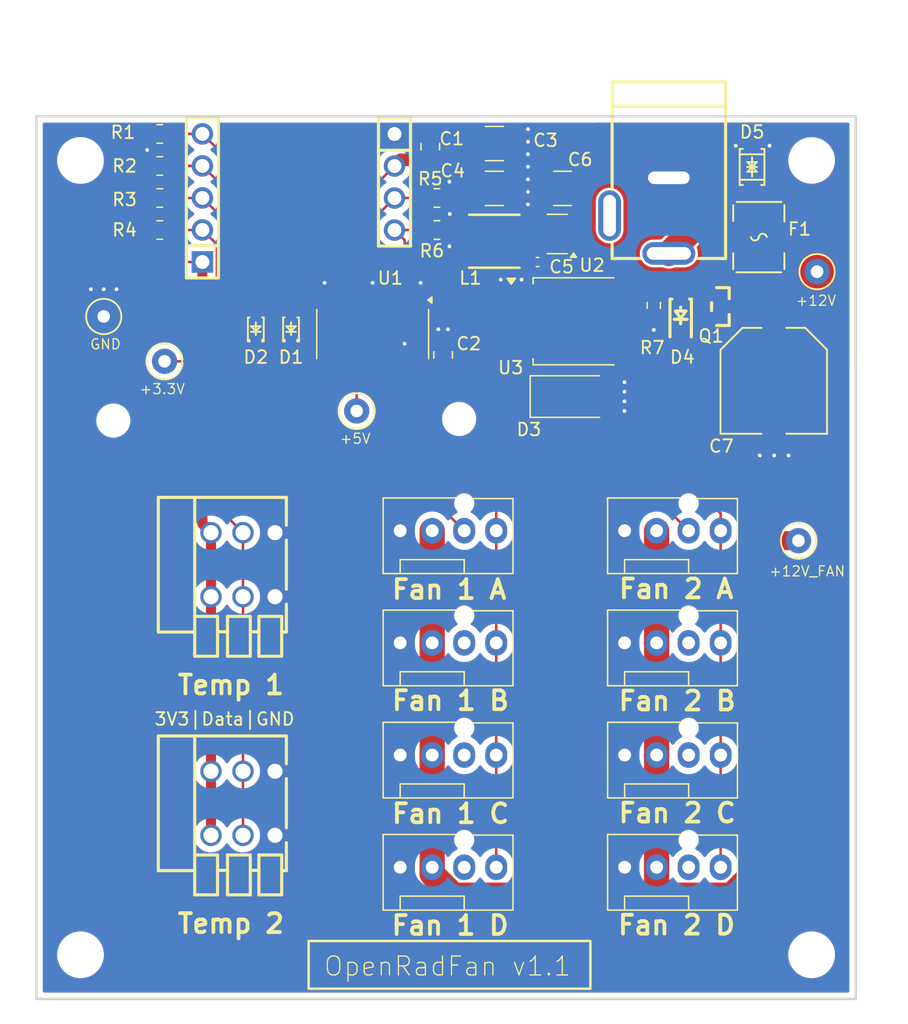
<source format=kicad_pcb>
(kicad_pcb (version 20240108) (generator "pcbnew") (generator_version "8.0")
  (title_block (comment 4 "AISLER Project ID: GSXATUCC"))
  (layers (0 "F.Cu" signal) (31 "B.Cu" signal) (34 "B.Paste" user) (35 "F.Paste" user) (36 "B.SilkS" user "B.Silkscreen") (37 "F.SilkS" user "F.Silkscreen") (38 "B.Mask" user) (39 "F.Mask" user) (44 "Edge.Cuts" user))
  (net 0 "")
  (net 1 "GND")
  (net 2 "GPIO_Tacho_1")
  (net 3 "+12V_FAN")
  (net 4 "GPIO_Tacho_2")
  (net 5 "GPIO_DS18B20")
  (net 6 "PWM_1_BUF")
  (net 7 "PWM_2_BUF")
  (net 10 "+5V")
  (net 11 "+12V")
  (net 12 "+3.3V")
  (net 13 "GPIO_MOSFET")
  (net 14 "Net-(D1-K)")
  (net 15 "PWM_1")
  (net 16 "PWM_2")
  (net 17 "MOSFET_BUF")
  (net 18 "Net-(D2-K)")
  (net 19 "Net-(U2-SW)")
  (net 20 "Net-(U2-BST)")
  (net 21 "Net-(D4-A)")
  (net 29 "+12V_In")
  (net 30 "Net-(Q1-D)")
  (footprint "TestPoint:TestPoint_Keystone_5000-5004_Miniature" (layer "F.Cu") (at 52.7544 80.5204)
    (property "Reference" "TP2" (hide yes))
    (property "Value" "+3.3V")
    (pad "1" thru_hole circle (at 0 0) (size 2 2) (drill 1) (layers "*.Cu" "*.Mask") (net 12 "+3.3V"))
  )
  (footprint "Connector:FanPinHeader_1x04_P2.54mm_Vertical" (layer "F.Cu") (at 89.2504 93.9534)
    (property "Reference" "J5" (hide yes))
    (property "Value" "Fan_CPU_4pin")
    (pad "" np_thru_hole circle (at 5.08 -2.16 90) (size 1.1 1.1) (drill 1.1) (layers "*.Cu" "*.Mask"))
    (pad "1" thru_hole rect (at 0 0 90) (size 2.03 1.73) (drill 1.02) (layers "*.Cu" "*.Mask") (net 1 "GND"))
    (pad "2" thru_hole oval (at 2.54 0 90) (size 2.03 1.73) (drill 1.02) (layers "*.Cu" "*.Mask") (net 3 "+12V_FAN"))
    (pad "3" thru_hole oval (at 5.08 0 90) (size 2.03 1.73) (drill 1.02) (layers "*.Cu" "*.Mask") (net 14 "Net-(D1-K)"))
    (pad "4" thru_hole oval (at 7.62 0 90) (size 2.03 1.73) (drill 1.02) (layers "*.Cu" "*.Mask") (net 7 "PWM_2_BUF"))
  )
  (footprint "MountingHole:MountingHole_3.2mm_M3_DIN965" (layer "F.Cu") (at 46.0864 64.5894)
    (property "Reference" "H1" (hide yes))
    (property "Value" "MountingHole")
    (pad "" np_thru_hole circle (at 0 0) (size 3.2 3.2) (drill 3.2) (layers "*.Cu" "*.Mask"))
  )
  (footprint "MountingHole:MountingHole_3.2mm_M3_DIN965" (layer "F.Cu") (at 104.0864 64.5894)
    (property "Reference" "H7" (hide yes))
    (property "Value" "MountingHole")
    (pad "" np_thru_hole circle (at 0 0) (size 3.2 3.2) (drill 3.2) (layers "*.Cu" "*.Mask"))
  )
  (footprint "MountingHole:MountingHole_3.2mm_M3_DIN965" (layer "F.Cu") (at 104.0864 127.5894)
    (property "Reference" "H8" (hide yes))
    (property "Value" "MountingHole")
    (pad "" np_thru_hole circle (at 0 0) (size 3.2 3.2) (drill 3.2) (layers "*.Cu" "*.Mask"))
  )
  (footprint "Package_SO:SOIC-14_3.9x8.7mm_P1.27mm" (layer "F.Cu") (at 69.2644 78.3614 -90)
    (property "Reference" "U1" (at -4.445 -1.397 180) (layer "F.SilkS"))
    (property "Value" "74AHCT125")
    (pad "1" smd roundrect (at -2.475 -3.81 270) (size 1.95 0.6) (layers "F.Cu" "F.Paste" "F.Mask") (net 1 "GND"))
    (pad "2" smd roundrect (at -2.475 -2.54 270) (size 1.95 0.6) (layers "F.Cu" "F.Paste" "F.Mask") (net 13 "GPIO_MOSFET"))
    (pad "3" smd roundrect (at -2.475 -1.27 270) (size 1.95 0.6) (layers "F.Cu" "F.Paste" "F.Mask") (net 17 "MOSFET_BUF"))
    (pad "4" smd roundrect (at -2.475 0 270) (size 1.95 0.6) (layers "F.Cu" "F.Paste" "F.Mask") (net 1 "GND"))
    (pad "5" smd roundrect (at -2.475 1.27 270) (size 1.95 0.6) (layers "F.Cu" "F.Paste" "F.Mask") (net 15 "PWM_1"))
    (pad "6" smd roundrect (at -2.475 2.54 270) (size 1.95 0.6) (layers "F.Cu" "F.Paste" "F.Mask") (net 6 "PWM_1_BUF"))
    (pad "7" smd roundrect (at -2.475 3.81 270) (size 1.95 0.6) (layers "F.Cu" "F.Paste" "F.Mask") (net 1 "GND"))
    (pad "8" smd roundrect (at 2.475 3.81 270) (size 1.95 0.6) (layers "F.Cu" "F.Paste" "F.Mask"))
    (pad "9" smd roundrect (at 2.475 2.54 270) (size 1.95 0.6) (layers "F.Cu" "F.Paste" "F.Mask") (net 10 "+5V"))
    (pad "10" smd roundrect (at 2.475 1.27 270) (size 1.95 0.6) (layers "F.Cu" "F.Paste" "F.Mask") (net 10 "+5V"))
    (pad "11" smd roundrect (at 2.475 0 270) (size 1.95 0.6) (layers "F.Cu" "F.Paste" "F.Mask") (net 7 "PWM_2_BUF"))
    (pad "12" smd roundrect (at 2.475 -1.27 270) (size 1.95 0.6) (layers "F.Cu" "F.Paste" "F.Mask") (net 16 "PWM_2"))
    (pad "13" smd roundrect (at 2.475 -2.54 270) (size 1.95 0.6) (layers "F.Cu" "F.Paste" "F.Mask") (net 1 "GND"))
    (pad "14" smd roundrect (at 2.475 -3.81 270) (size 1.95 0.6) (layers "F.Cu" "F.Paste" "F.Mask") (net 10 "+5V"))
  )
  (footprint "Resistor_SMD:R_0603_1608Metric" (layer "F.Cu") (at 91.5656 76.0754 -90)
    (property "Reference" "R7" (at 3.366 0.127 180) (layer "F.SilkS"))
    (property "Value" "1k")
    (pad "1" smd roundrect (at -0.825 0 270) (size 0.8 0.95) (layers "F.Cu" "F.Paste" "F.Mask") (net 21 "Net-(D4-A)"))
    (pad "2" smd roundrect (at 0.825 0 270) (size 0.8 0.95) (layers "F.Cu" "F.Paste" "F.Mask") (net 1 "GND"))
  )
  (footprint "Diode_SMD:D_SMA" (layer "F.Cu") (at 85.2664 83.3144)
    (property "Reference" "D3" (at -3.6068 2.6162 0) (layer "F.SilkS"))
    (property "Value" "SS16")
    (pad "1" smd roundrect (at -2 0) (size 2.5 1.8) (layers "F.Cu" "F.Paste" "F.Mask") (roundrect_rratio 0.1388888889) (net 3 "+12V_FAN"))
    (pad "2" smd roundrect (at 2 0) (size 2.5 1.8) (layers "F.Cu" "F.Paste" "F.Mask") (roundrect_rratio 0.1388888889) (net 1 "GND"))
  )
  (footprint "Connector:FanPinHeader_1x04_P2.54mm_Vertical" (layer "F.Cu") (at 71.4454 93.9534)
    (property "Reference" "J1" (hide yes))
    (property "Value" "Fan_CPU_4pin")
    (pad "" np_thru_hole circle (at 5.08 -2.16 90) (size 1.1 1.1) (drill 1.1) (layers "*.Cu" "*.Mask"))
    (pad "1" thru_hole rect (at 0 0 90) (size 2.03 1.73) (drill 1.02) (layers "*.Cu" "*.Mask") (net 1 "GND"))
    (pad "2" thru_hole oval (at 2.54 0 90) (size 2.03 1.73) (drill 1.02) (layers "*.Cu" "*.Mask") (net 3 "+12V_FAN"))
    (pad "3" thru_hole oval (at 5.08 0 90) (size 2.03 1.73) (drill 1.02) (layers "*.Cu" "*.Mask") (net 18 "Net-(D2-K)"))
    (pad "4" thru_hole oval (at 7.62 0 90) (size 2.03 1.73) (drill 1.02) (layers "*.Cu" "*.Mask") (net 6 "PWM_1_BUF"))
  )
  (footprint "Capacitor_SMD:C_0805_2012Metric_Pad1.18x1.45mm_HandSolder" (layer "F.Cu") (at 74.8524 80.0124 90)
    (property "Reference" "C2" (at 0.889 2.032 180) (layer "F.SilkS"))
    (property "Value" "0.1 µF")
    (pad "1" smd roundrect (at -1.0375 0 90) (size 1.175 1.45) (layers "F.Cu" "F.Paste" "F.Mask") (roundrect_rratio 0.212766) (net 10 "+5V"))
    (pad "2" smd roundrect (at 1.0375 0 90) (size 1.175 1.45) (layers "F.Cu" "F.Paste" "F.Mask") (roundrect_rratio 0.212766) (net 1 "GND"))
  )
  (footprint "Capacitor_SMD:C_0805_2012Metric_Pad1.18x1.45mm_HandSolder" (layer "F.Cu") (at 73.8364 63.5024 90)
    (property "Reference" "C1" (at 0.633 1.7 180) (layer "F.SilkS"))
    (property "Value" "0.1uF")
    (pad "1" smd roundrect (at -1.0375 0 90) (size 1.175 1.45) (layers "F.Cu" "F.Paste" "F.Mask") (roundrect_rratio 0.212766) (net 10 "+5V"))
    (pad "2" smd roundrect (at 1.0375 0 90) (size 1.175 1.45) (layers "F.Cu" "F.Paste" "F.Mask") (roundrect_rratio 0.212766) (net 1 "GND"))
  )
  (footprint "Capacitor_SMD:C_1210_3225Metric" (layer "F.Cu") (at 78.9164 66.8044)
    (property "Reference" "C4" (at -3.302 -1.397 0) (layer "F.SilkS"))
    (property "Value" "22 uF")
    (pad "1" smd roundrect (at -1.475 0) (size 1.15 2.7) (layers "F.Cu" "F.Paste" "F.Mask") (roundrect_rratio 0.217391) (net 10 "+5V"))
    (pad "2" smd roundrect (at 1.475 0) (size 1.15 2.7) (layers "F.Cu" "F.Paste" "F.Mask") (roundrect_rratio 0.217391) (net 1 "GND"))
  )
  (footprint "easyeda2kicad:HDR-TH_5P-P2.54-V-M" (layer "F.Cu") (at 55.7564 67.5594 90)
    (property "Reference" "H4" (hide yes))
    (property "Value" "210S-1*5P L=11.6MMGold-plated black")
    (pad "1" thru_hole rect (at -5.08 0 90) (size 1.7 1.7) (drill 1.100023) (layers "*.Cu" "*.Mask") (net 12 "+3.3V"))
    (pad "2" thru_hole circle (at -2.54 0 90) (size 1.7 1.7) (drill 1.100023) (layers "*.Cu" "*.Mask") (net 5 "GPIO_DS18B20"))
    (pad "3" thru_hole circle (at 0 0 90) (size 1.7 1.7) (drill 1.100023) (layers "*.Cu" "*.Mask") (net 4 "GPIO_Tacho_2"))
    (pad "4" thru_hole circle (at 2.54 0 90) (size 1.7 1.7) (drill 1.100023) (layers "*.Cu" "*.Mask") (net 2 "GPIO_Tacho_1"))
    (pad "5" thru_hole circle (at 5.08 0 90) (size 1.7 1.7) (drill 1.100023) (layers "*.Cu" "*.Mask") (net 15 "PWM_1"))
  )
  (footprint "Resistor_SMD:R_0805_2012Metric_Pad1.20x1.40mm_HandSolder" (layer "F.Cu") (at 74.3604 70.1064 180)
    (property "Reference" "R6" (at 0.397 -1.651 0) (layer "F.SilkS"))
    (property "Value" "10k")
    (pad "1" smd roundrect (at -1 0 180) (size 1.2 1.4) (layers "F.Cu" "F.Paste" "F.Mask") (roundrect_rratio 0.208333) (net 1 "GND"))
    (pad "2" smd roundrect (at 1 0 180) (size 1.2 1.4) (layers "F.Cu" "F.Paste" "F.Mask") (roundrect_rratio 0.208333) (net 13 "GPIO_MOSFET"))
  )
  (footprint "easyeda2kicad:SOD-323_L1.7-W1.3-LS2.6-RD-1" (layer "F.Cu") (at 62.7874 77.9296 90)
    (property "Reference" "D1" (at -2.2606 0 180) (layer "F.SilkS"))
    (property "Value" "BAT54WS_C7502694")
    (pad "1" smd rect (at -1.14 0 180) (size 0.63 0.83) (layers "F.Cu" "F.Paste" "F.Mask") (net 14 "Net-(D1-K)"))
    (pad "2" smd rect (at 1.14 0 180) (size 0.63 0.83) (layers "F.Cu" "F.Paste" "F.Mask") (net 2 "GPIO_Tacho_1"))
  )
  (footprint "TestPoint:TestPoint_Keystone_5000-5004_Miniature" (layer "F.Cu") (at 104.5196 73.4084)
    (property "Reference" "TP5" (hide yes))
    (property "Value" "+12V")
    (pad "1" thru_hole circle (at 0 0) (size 2 2) (drill 1) (layers "*.Cu" "*.Mask") (net 11 "+12V"))
  )
  (footprint "easyeda2kicad:IND-SMD_L4.0-W4.0_FNR40XXS" (layer "F.Cu") (at 78.9164 70.9954 180)
    (property "Reference" "L1" (at 1.905 -2.921 0) (layer "F.SilkS"))
    (property "Value" "FNR4020S4R7MT")
    (pad "1" smd rect (at -1.5 0 180) (size 1.6 3.9) (layers "F.Cu" "F.Paste" "F.Mask") (net 19 "Net-(U2-SW)"))
    (pad "2" smd rect (at 1.5 0 180) (size 1.6 3.9) (layers "F.Cu" "F.Paste" "F.Mask") (net 10 "+5V"))
  )
  (footprint "MountingHole:MountingHole_3.2mm_M3_DIN965" (layer "F.Cu") (at 46.0864 127.5894)
    (property "Reference" "H2" (hide yes))
    (property "Value" "MountingHole")
    (pad "" np_thru_hole circle (at 0 0) (size 3.2 3.2) (drill 3.2) (layers "*.Cu" "*.Mask"))
  )
  (footprint "easyeda2kicad:SOD-123_L2.7-W1.6-LS3.7-RD-1" (layer "F.Cu") (at 93.6992 76.939 90)
    (property "Reference" "D4" (at -3.253 0.127 180) (layer "F.SilkS"))
    (property "Value" "MMSZ4696T1G")
    (pad "1" smd rect (at -1.7 0 90) (size 1.2 0.95) (layers "F.Cu" "F.Paste" "F.Mask") (net 11 "+12V"))
    (pad "2" smd rect (at 1.7 0 90) (size 1.2 0.95) (layers "F.Cu" "F.Paste" "F.Mask") (net 21 "Net-(D4-A)"))
  )
  (footprint "Capacitor_SMD:C_1210_3225Metric" (layer "F.Cu") (at 78.9164 63.2484)
    (property "Reference" "C3" (at 4.064 -0.254 0) (layer "F.SilkS"))
    (property "Value" "22 uF")
    (pad "1" smd roundrect (at -1.475 0) (size 1.15 2.7) (layers "F.Cu" "F.Paste" "F.Mask") (roundrect_rratio 0.217391) (net 10 "+5V"))
    (pad "2" smd roundrect (at 1.475 0) (size 1.15 2.7) (layers "F.Cu" "F.Paste" "F.Mask") (roundrect_rratio 0.217391) (net 1 "GND"))
  )
  (footprint "TestPoint:TestPoint_Keystone_5000-5004_Miniature" (layer "F.Cu") (at 103.0464 94.7444)
    (property "Reference" "TP4" (hide yes))
    (property "Value" "+12V_Fan")
    (pad "1" thru_hole circle (at 0 0) (size 2 2) (drill 1) (layers "*.Cu" "*.Mask") (net 3 "+12V_FAN"))
  )
  (footprint "easyeda2kicad:SOT-23_L2.9-W1.3-P1.90-LS2.4-BR" (layer "F.Cu") (at 96.8488 76.177 180)
    (property "Reference" "Q1" (at 0.7366 -2.3368 180) (layer "F.SilkS"))
    (property "Value" "AO3401A_C347476")
    (pad "1" smd rect (at 1.15 0.95) (size 1 0.8) (layers "F.Cu" "F.Paste" "F.Mask") (net 21 "Net-(D4-A)"))
    (pad "2" smd rect (at 1.15 -0.95) (size 1 0.8) (layers "F.Cu" "F.Paste" "F.Mask") (net 11 "+12V"))
    (pad "3" smd rect (at -1.15 0) (size 1 0.8) (layers "F.Cu" "F.Paste" "F.Mask") (net 30 "Net-(Q1-D)"))
  )
  (footprint "MountingHole:MountingHole_2.2mm_M2_DIN965" (layer "F.Cu") (at 48.6904 85.2194)
    (property "Reference" "H3" (hide yes))
    (property "Value" "MountingHole")
    (pad "" np_thru_hole circle (at 0 0) (size 2.2 2.2) (drill 2.2) (layers "*.Cu" "*.Mask"))
  )
  (footprint "Resistor_SMD:R_0805_2012Metric_Pad1.20x1.40mm_HandSolder" (layer "F.Cu") (at 52.3734 70.1064)
    (property "Reference" "R4" (at -2.794 0 0) (layer "F.SilkS"))
    (property "Value" "4.7k")
    (pad "1" smd roundrect (at -1 0) (size 1.2 1.4) (layers "F.Cu" "F.Paste" "F.Mask") (roundrect_rratio 0.208333) (net 12 "+3.3V"))
    (pad "2" smd roundrect (at 1 0) (size 1.2 1.4) (layers "F.Cu" "F.Paste" "F.Mask") (roundrect_rratio 0.208333) (net 5 "GPIO_DS18B20"))
  )
  (footprint "MountingHole:MountingHole_2.2mm_M2_DIN965" (layer "F.Cu") (at 76.1224 85.0924)
    (property "Reference" "H6" (hide yes))
    (property "Value" "MountingHole")
    (pad "" np_thru_hole circle (at 0 0) (size 2.2 2.2) (drill 2.2) (layers "*.Cu" "*.Mask"))
  )
  (footprint "TestPoint:TestPoint_Keystone_5000-5004_Miniature" (layer "F.Cu") (at 67.9944 84.4574)
    (property "Reference" "TP3" (hide yes))
    (property "Value" "+5V")
    (pad "1" thru_hole circle (at 0 0) (size 2 2) (drill 1) (layers "*.Cu" "*.Mask") (net 10 "+5V"))
  )
  (footprint "easyeda2kicad:DC-IN-TH_DC-005-5A-2.0" (layer "F.Cu") (at 90.4104 68.9634 -90)
    (property "Reference" "DC1" (hide yes))
    (property "Value" "DC-005-5A-2.0")
    (pad "1" thru_hole oval (at 3 -2.35) (size 4.2 1.8) (drill oval 3.499993 0.999998) (layers "*.Cu" "*.Mask") (net 29 "+12V_In"))
    (pad "2" thru_hole oval (at -3 -2.35 180) (size 4 1.8) (drill oval 3.299968 0.999998) (layers "*.Cu" "*.Mask") (net 1 "GND"))
    (pad "3" thru_hole oval (at 0 2.35 270) (size 4 1.8) (drill oval 3.299968 0.999998) (layers "*.Cu" "*.Mask"))
  )
  (footprint "easyeda2kicad:F1812" (layer "F.Cu") (at 99.8968 70.6694 -90)
    (property "Reference" "F1" (at -0.6392 -3.2258 180) (layer "F.SilkS"))
    (property "Value" "SMD1812B260TF/16")
    (pad "1" smd rect (at -1.85 0 270) (size 1.41 3.5) (layers "F.Cu" "F.Paste" "F.Mask") (net 29 "+12V_In"))
    (pad "2" smd rect (at 1.85 0 270) (size 1.41 3.5) (layers "F.Cu" "F.Paste" "F.Mask") (net 30 "Net-(Q1-D)"))
  )
  (footprint "Resistor_SMD:R_0805_2012Metric_Pad1.20x1.40mm_HandSolder" (layer "F.Cu") (at 74.3604 67.5664)
    (property "Reference" "R5" (at -0.524 -1.524 0) (layer "F.SilkS"))
    (property "Value" "10k")
    (pad "1" smd roundrect (at -1 0) (size 1.2 1.4) (layers "F.Cu" "F.Paste" "F.Mask") (roundrect_rratio 0.208333) (net 16 "PWM_2"))
    (pad "2" smd roundrect (at 1 0) (size 1.2 1.4) (layers "F.Cu" "F.Paste" "F.Mask") (roundrect_rratio 0.208333) (net 1 "GND"))
  )
  (footprint "TestPoint:TestPoint_Keystone_5000-5004_Miniature" (layer "F.Cu") (at 47.9284 76.9644)
    (property "Reference" "TP1" (hide yes))
    (property "Value" "GND")
    (pad "1" thru_hole circle (at 0 0) (size 2 2) (drill 1) (layers "*.Cu" "*.Mask") (net 1 "GND"))
  )
  (footprint "Connector:FanPinHeader_1x04_P2.54mm_Vertical" (layer "F.Cu") (at 71.4454 111.748332)
    (property "Reference" "J3" (hide yes))
    (property "Value" "Fan_CPU_4pin")
    (pad "" np_thru_hole circle (at 5.08 -2.16 90) (size 1.1 1.1) (drill 1.1) (layers "*.Cu" "*.Mask"))
    (pad "1" thru_hole rect (at 0 0 90) (size 2.03 1.73) (drill 1.02) (layers "*.Cu" "*.Mask") (net 1 "GND"))
    (pad "2" thru_hole oval (at 2.54 0 90) (size 2.03 1.73) (drill 1.02) (layers "*.Cu" "*.Mask") (net 3 "+12V_FAN"))
    (pad "3" thru_hole oval (at 5.08 0 90) (size 2.03 1.73) (drill 1.02) (layers "*.Cu" "*.Mask"))
    (pad "4" thru_hole oval (at 7.62 0 90) (size 2.03 1.73) (drill 1.02) (layers "*.Cu" "*.Mask") (net 6 "PWM_1_BUF"))
  )
  (footprint "easyeda2kicad:SOD-123_L2.8-W1.8-LS3.7-BI" (layer "F.Cu") (at 99.3634 65.1026 90)
    (property "Reference" "D5" (at 2.7686 0 180) (layer "F.SilkS"))
    (property "Value" "SMF14CA_C1851346")
    (pad "1" smd rect (at 1.69 0 270) (size 0.93 1.06) (layers "F.Cu" "F.Paste" "F.Mask") (net 1 "GND"))
    (pad "2" smd rect (at -1.69 0 270) (size 0.93 1.06) (layers "F.Cu" "F.Paste" "F.Mask") (net 29 "+12V_In"))
  )
  (footprint "Package_TO_SOT_SMD:TSOT-23-6" (layer "F.Cu") (at 83.9004 70.4214 180)
    (property "Reference" "U2" (at -2.763 -2.479 0) (layer "F.SilkS"))
    (property "Value" "AP63205WU")
    (pad "1" smd roundrect (at -1.1375 -0.95 180) (size 1.325 0.6) (layers "F.Cu" "F.Paste" "F.Mask") (net 10 "+5V"))
    (pad "2" smd roundrect (at -1.1375 0 180) (size 1.325 0.6) (layers "F.Cu" "F.Paste" "F.Mask") (net 11 "+12V"))
    (pad "3" smd roundrect (at -1.1375 0.95 180) (size 1.325 0.6) (layers "F.Cu" "F.Paste" "F.Mask") (net 11 "+12V"))
    (pad "4" smd roundrect (at 1.1375 0.95 180) (size 1.325 0.6) (layers "F.Cu" "F.Paste" "F.Mask") (net 1 "GND"))
    (pad "5" smd roundrect (at 1.1375 0 180) (size 1.325 0.6) (layers "F.Cu" "F.Paste" "F.Mask") (net 19 "Net-(U2-SW)"))
    (pad "6" smd roundrect (at 1.1375 -0.95 180) (size 1.325 0.6) (layers "F.Cu" "F.Paste" "F.Mask") (net 20 "Net-(U2-BST)"))
  )
  (footprint "Connector:FanPinHeader_1x04_P2.54mm_Vertical" (layer "F.Cu") (at 71.4454 120.6458)
    (property "Reference" "J4" (hide yes))
    (property "Value" "Fan_CPU_4pin")
    (pad "" np_thru_hole circle (at 5.08 -2.16 90) (size 1.1 1.1) (drill 1.1) (layers "*.Cu" "*.Mask"))
    (pad "1" thru_hole rect (at 0 0 90) (size 2.03 1.73) (drill 1.02) (layers "*.Cu" "*.Mask") (net 1 "GND"))
    (pad "2" thru_hole oval (at 2.54 0 90) (size 2.03 1.73) (drill 1.02) (layers "*.Cu" "*.Mask") (net 3 "+12V_FAN"))
    (pad "3" thru_hole oval (at 5.08 0 90) (size 2.03 1.73) (drill 1.02) (layers "*.Cu" "*.Mask"))
    (pad "4" thru_hole oval (at 7.62 0 90) (size 2.03 1.73) (drill 1.02) (layers "*.Cu" "*.Mask") (net 6 "PWM_1_BUF"))
  )
  (footprint "Connector:FanPinHeader_1x04_P2.54mm_Vertical" (layer "F.Cu") (at 89.2504 120.6458)
    (property "Reference" "J8" (hide yes))
    (property "Value" "Fan_CPU_4pin")
    (pad "" np_thru_hole circle (at 5.08 -2.16 90) (size 1.1 1.1) (drill 1.1) (layers "*.Cu" "*.Mask"))
    (pad "1" thru_hole rect (at 0 0 90) (size 2.03 1.73) (drill 1.02) (layers "*.Cu" "*.Mask") (net 1 "GND"))
    (pad "2" thru_hole oval (at 2.54 0 90) (size 2.03 1.73) (drill 1.02) (layers "*.Cu" "*.Mask") (net 3 "+12V_FAN"))
    (pad "3" thru_hole oval (at 5.08 0 90) (size 2.03 1.73) (drill 1.02) (layers "*.Cu" "*.Mask"))
    (pad "4" thru_hole oval (at 7.62 0 90) (size 2.03 1.73) (drill 1.02) (layers "*.Cu" "*.Mask") (net 7 "PWM_2_BUF"))
  )
  (footprint "easyeda2kicad:CAP-SMD_BD8.0-L8.3-W8.3-LS9.3-FD-2" (layer "F.Cu") (at 101.0906 82.0952 -90)
    (property "Reference" "C7" (at 5.1562 4.1656 180) (layer "F.SilkS"))
    (property "Value" "HV1E477M0810PZ")
    (pad "1" smd rect (at -3.5 0 270) (size 4 1.6) (layers "F.Cu" "F.Paste" "F.Mask") (net 11 "+12V"))
    (pad "2" smd rect (at 3.5 0 270) (size 4 1.6) (layers "F.Cu" "F.Paste" "F.Mask") (net 1 "GND"))
  )
  (footprint "Connector:FanPinHeader_1x04_P2.54mm_Vertical" (layer "F.Cu") (at 71.4454 102.850866)
    (property "Reference" "J2" (hide yes))
    (property "Value" "Fan_CPU_4pin")
    (pad "" np_thru_hole circle (at 5.08 -2.16 90) (size 1.1 1.1) (drill 1.1) (layers "*.Cu" "*.Mask"))
    (pad "1" thru_hole rect (at 0 0 90) (size 2.03 1.73) (drill 1.02) (layers "*.Cu" "*.Mask") (net 1 "GND"))
    (pad "2" thru_hole oval (at 2.54 0 90) (size 2.03 1.73) (drill 1.02) (layers "*.Cu" "*.Mask") (net 3 "+12V_FAN"))
    (pad "3" thru_hole oval (at 5.08 0 90) (size 2.03 1.73) (drill 1.02) (layers "*.Cu" "*.Mask"))
    (pad "4" thru_hole oval (at 7.62 0 90) (size 2.03 1.73) (drill 1.02) (layers "*.Cu" "*.Mask") (net 6 "PWM_1_BUF"))
  )
  (footprint "Resistor_SMD:R_0805_2012Metric_Pad1.20x1.40mm_HandSolder" (layer "F.Cu") (at 52.3734 65.0264)
    (property "Reference" "R2" (at -2.794 0 0) (layer "F.SilkS"))
    (property "Value" "10k")
    (pad "1" smd roundrect (at -1 0) (size 1.2 1.4) (layers "F.Cu" "F.Paste" "F.Mask") (roundrect_rratio 0.208333) (net 12 "+3.3V"))
    (pad "2" smd roundrect (at 1 0) (size 1.2 1.4) (layers "F.Cu" "F.Paste" "F.Mask") (roundrect_rratio 0.208333) (net 2 "GPIO_Tacho_1"))
  )
  (footprint "Capacitor_SMD:C_0402_1005Metric" (layer "F.Cu") (at 82.3454 72.6464)
    (property "Reference" "C5" (at 1.905 0.381 0) (layer "F.SilkS"))
    (property "Value" "0.1 µF")
    (pad "1" smd roundrect (at -0.48 0) (size 0.56 0.62) (layers "F.Cu" "F.Paste" "F.Mask") (net 19 "Net-(U2-SW)"))
    (pad "2" smd roundrect (at 0.48 0) (size 0.56 0.62) (layers "F.Cu" "F.Paste" "F.Mask") (net 20 "Net-(U2-BST)"))
  )
  (footprint "Capacitor_SMD:C_1210_3225Metric" (layer "F.Cu") (at 84.3284 66.8044 180)
    (property "Reference" "C6" (at -1.397 2.286 180) (layer "F.SilkS"))
    (property "Value" "22 uF")
    (pad "1" smd roundrect (at -1.475 0 180) (size 1.15 2.7) (layers "F.Cu" "F.Paste" "F.Mask") (roundrect_rratio 0.217391) (net 11 "+12V"))
    (pad "2" smd roundrect (at 1.475 0 180) (size 1.15 2.7) (layers "F.Cu" "F.Paste" "F.Mask") (roundrect_rratio 0.217391) (net 1 "GND"))
  )
  (footprint "Connector:FanPinHeader_1x04_P2.54mm_Vertical" (layer "F.Cu") (at 89.2504 102.850866)
    (property "Reference" "J6" (hide yes))
    (property "Value" "Fan_CPU_4pin")
    (pad "" np_thru_hole circle (at 5.08 -2.16 90) (size 1.1 1.1) (drill 1.1) (layers "*.Cu" "*.Mask"))
    (pad "1" thru_hole rect (at 0 0 90) (size 2.03 1.73) (drill 1.02) (layers "*.Cu" "*.Mask") (net 1 "GND"))
    (pad "2" thru_hole oval (at 2.54 0 90) (size 2.03 1.73) (drill 1.02) (layers "*.Cu" "*.Mask") (net 3 "+12V_FAN"))
    (pad "3" thru_hole oval (at 5.08 0 90) (size 2.03 1.73) (drill 1.02) (layers "*.Cu" "*.Mask"))
    (pad "4" thru_hole oval (at 7.62 0 90) (size 2.03 1.73) (drill 1.02) (layers "*.Cu" "*.Mask") (net 7 "PWM_2_BUF"))
  )
  (footprint "Package_TO_SOT_SMD:TO-252-4" (layer "F.Cu") (at 85.3004 77.3464)
    (property "Reference" "U3" (at -5.0886 3.682 0) (layer "F.SilkS"))
    (property "Value" "BTS462TATMA1")
    (pad "1" smd roundrect (at -5.04 -2.28) (size 2.2 0.8) (layers "F.Cu" "F.Paste" "F.Mask") (net 1 "GND"))
    (pad "2" smd roundrect (at -5.04 -1.14) (size 2.2 0.8) (layers "F.Cu" "F.Paste" "F.Mask") (net 17 "MOSFET_BUF"))
    (pad "3" smd roundrect (at -0.415 -1.525) (size 3.05 2.75) (layers "F.Cu" "F.Paste") (roundrect_rratio 0.090909) (net 11 "+12V"))
    (pad "3" smd roundrect (at -0.415 1.525) (size 3.05 2.75) (layers "F.Cu" "F.Paste") (roundrect_rratio 0.090909) (net 11 "+12V"))
    (pad "3" smd roundrect (at 1.26 0) (size 6.4 5.8) (layers "F.Cu" "F.Mask") (roundrect_rratio 0.043103) (net 11 "+12V"))
    (pad "3" smd roundrect (at 2.935 -1.525) (size 3.05 2.75) (layers "F.Cu" "F.Paste") (roundrect_rratio 0.090909) (net 11 "+12V"))
    (pad "3" smd roundrect (at 2.935 1.525) (size 3.05 2.75) (layers "F.Cu" "F.Paste") (roundrect_rratio 0.090909) (net 11 "+12V"))
    (pad "4" smd roundrect (at -5.04 1.14) (size 2.2 0.8) (layers "F.Cu" "F.Paste" "F.Mask"))
    (pad "5" smd roundrect (at -5.04 2.28) (size 2.2 0.8) (layers "F.Cu" "F.Paste" "F.Mask") (net 3 "+12V_FAN"))
  )
  (footprint "easyeda2kicad:HDR-TH_4P-P2.54-V-M" (layer "F.Cu") (at 70.9964 66.2994 -90)
    (property "Reference" "H5" (hide yes))
    (property "Value" "Header-Male-2.54_1x4")
    (pad "1" thru_hole rect (at -3.81 0 270) (size 1.7 1.7) (drill 1.100023) (layers "*.Cu" "*.Mask") (net 1 "GND"))
    (pad "2" thru_hole circle (at -1.27 0 270) (size 1.7 1.7) (drill 1.100023) (layers "*.Cu" "*.Mask") (net 10 "+5V"))
    (pad "3" thru_hole circle (at 1.27 0 270) (size 1.7 1.7) (drill 1.100023) (layers "*.Cu" "*.Mask") (net 16 "PWM_2"))
    (pad "4" thru_hole circle (at 3.81 0 270) (size 1.7 1.7) (drill 1.100023) (layers "*.Cu" "*.Mask") (net 13 "GPIO_MOSFET"))
  )
  (footprint "easyeda2kicad:CONN-TH_3P-P2.54_DIBO_DB141V-2.54-3P" (layer "F.Cu") (at 58.9774 115.5724 180)
    (property "Reference" "CN2" (hide yes))
    (property "Value" "DB141V-2.54-3P")
    (pad "1" thru_hole circle (at -2.54 -2.54 180) (size 1.7 1.7) (drill 1.199998) (layers "*.Cu" "*.Mask") (net 1 "GND"))
    (pad "1" thru_hole circle (at -2.54 2.54 180) (size 1.7 1.7) (drill 1.199998) (layers "*.Cu" "*.Mask") (net 1 "GND"))
    (pad "2" thru_hole circle (at 0 -2.54 180) (size 1.7 1.7) (drill 1.199998) (layers "*.Cu" "*.Mask") (net 5 "GPIO_DS18B20"))
    (pad "2" thru_hole circle (at 0 2.54 180) (size 1.7 1.7) (drill 1.199998) (layers "*.Cu" "*.Mask") (net 5 "GPIO_DS18B20"))
    (pad "3" thru_hole circle (at 2.54 -2.54 180) (size 1.7 1.7) (drill 1.199998) (layers "*.Cu" "*.Mask") (net 12 "+3.3V"))
    (pad "3" thru_hole circle (at 2.54 2.54 180) (size 1.7 1.7) (drill 1.199998) (layers "*.Cu" "*.Mask") (net 12 "+3.3V"))
  )
  (footprint "Resistor_SMD:R_0805_2012Metric_Pad1.20x1.40mm_HandSolder" (layer "F.Cu") (at 52.3734 62.4864 180)
    (property "Reference" "R1" (at 2.921 0.127 0) (layer "F.SilkS"))
    (property "Value" "10k")
    (pad "1" smd roundrect (at -1 0 180) (size 1.2 1.4) (layers "F.Cu" "F.Paste" "F.Mask") (roundrect_rratio 0.208333) (net 15 "PWM_1"))
    (pad "2" smd roundrect (at 1 0 180) (size 1.2 1.4) (layers "F.Cu" "F.Paste" "F.Mask") (roundrect_rratio 0.208333) (net 1 "GND"))
  )
  (footprint "Connector:FanPinHeader_1x04_P2.54mm_Vertical" (layer "F.Cu") (at 89.2542 111.748332)
    (property "Reference" "J7" (hide yes))
    (property "Value" "Fan_CPU_4pin")
    (pad "" np_thru_hole circle (at 5.08 -2.16 90) (size 1.1 1.1) (drill 1.1) (layers "*.Cu" "*.Mask"))
    (pad "1" thru_hole rect (at 0 0 90) (size 2.03 1.73) (drill 1.02) (layers "*.Cu" "*.Mask") (net 1 "GND"))
    (pad "2" thru_hole oval (at 2.54 0 90) (size 2.03 1.73) (drill 1.02) (layers "*.Cu" "*.Mask") (net 3 "+12V_FAN"))
    (pad "3" thru_hole oval (at 5.08 0 90) (size 2.03 1.73) (drill 1.02) (layers "*.Cu" "*.Mask"))
    (pad "4" thru_hole oval (at 7.62 0 90) (size 2.03 1.73) (drill 1.02) (layers "*.Cu" "*.Mask") (net 7 "PWM_2_BUF"))
  )
  (footprint "Resistor_SMD:R_0805_2012Metric_Pad1.20x1.40mm_HandSolder" (layer "F.Cu") (at 52.3734 67.5664)
    (property "Reference" "R3" (at -2.794 0.127 0) (layer "F.SilkS"))
    (property "Value" "10k")
    (pad "1" smd roundrect (at -1 0) (size 1.2 1.4) (layers "F.Cu" "F.Paste" "F.Mask") (roundrect_rratio 0.208333) (net 12 "+3.3V"))
    (pad "2" smd roundrect (at 1 0) (size 1.2 1.4) (layers "F.Cu" "F.Paste" "F.Mask") (roundrect_rratio 0.208333) (net 4 "GPIO_Tacho_2"))
  )
  (footprint "easyeda2kicad:SOD-323_L1.7-W1.3-LS2.6-RD-1" (layer "F.Cu") (at 59.9934 77.9296 90)
    (property "Reference" "D2" (at -2.2606 0 180) (layer "F.SilkS"))
    (property "Value" "BAT54WS_C7502694")
    (pad "1" smd rect (at -1.14 0 180) (size 0.63 0.83) (layers "F.Cu" "F.Paste" "F.Mask") (net 18 "Net-(D2-K)"))
    (pad "2" smd rect (at 1.14 0 180) (size 0.63 0.83) (layers "F.Cu" "F.Paste" "F.Mask") (net 4 "GPIO_Tacho_2"))
  )
  (footprint "easyeda2kicad:CONN-TH_3P-P2.54_DIBO_DB141V-2.54-3P" (layer "F.Cu") (at 58.9774 96.6494 180)
    (property "Reference" "CN1" (hide yes))
    (property "Value" "DB141V-2.54-3P")
    (pad "1" thru_hole circle (at -2.54 -2.54 180) (size 1.7 1.7) (drill 1.199998) (layers "*.Cu" "*.Mask") (net 1 "GND"))
    (pad "1" thru_hole circle (at -2.54 2.54 180) (size 1.7 1.7) (drill 1.199998) (layers "*.Cu" "*.Mask") (net 1 "GND"))
    (pad "2" thru_hole circle (at 0 -2.54 180) (size 1.7 1.7) (drill 1.199998) (layers "*.Cu" "*.Mask") (net 5 "GPIO_DS18B20"))
    (pad "2" thru_hole circle (at 0 2.54 180) (size 1.7 1.7) (drill 1.199998) (layers "*.Cu" "*.Mask") (net 5 "GPIO_DS18B20"))
    (pad "3" thru_hole circle (at 2.54 -2.54 180) (size 1.7 1.7) (drill 1.199998) (layers "*.Cu" "*.Mask") (net 12 "+3.3V"))
    (pad "3" thru_hole circle (at 2.54 2.54 180) (size 1.7 1.7) (drill 1.199998) (layers "*.Cu" "*.Mask") (net 12 "+3.3V"))
  )
  (gr_rect (start 42.5864 61.0894) (end 107.5864 131.0894) (stroke (width 0.2)) (fill none) (layer "Edge.Cuts"))
  (gr_text "Fan 2 C" (at 88.6192 117.2234 0) (layer "F.SilkS") (effects (font (size 1.5 1.5) (thickness 0.3) (bold yes)) (justify left bottom)))
  (gr_text "Temp 2" (at 53.6434 125.9864 0) (layer "F.SilkS") (effects (font (size 1.5 1.5) (thickness 0.3) (bold yes)) (justify left bottom)))
  (gr_text "3V3|Data|GND" (at 51.8654 109.4764 0) (layer "F.SilkS") (effects (font (size 1 1)) (justify left bottom)))
  (gr_text "Temp 1" (at 53.6434 107.0634 0) (layer "F.SilkS") (effects (font (size 1.5 1.5) (thickness 0.3) (bold yes)) (justify left bottom)))
  (gr_text "Fan 2 D" (at 88.5684 126.1134 0) (layer "F.SilkS") (effects (font (size 1.5 1.5) (thickness 0.3) (bold yes)) (justify left bottom)))
  (gr_text "Fan 1 A" (at 70.636 99.4942 0) (layer "F.SilkS") (effects (font (size 1.5 1.5) (thickness 0.3) (bold yes)) (justify left bottom)))
  (gr_text "Fan 2 B" (at 88.6192 108.3334 0) (layer "F.SilkS") (effects (font (size 1.5 1.5) (thickness 0.3) (bold yes)) (justify left bottom)))
  (gr_text "+12V_FAN" (at 100.6588 97.64 0) (layer "F.SilkS") (effects (font (size 0.8 0.8) (thickness 0.1)) (justify left bottom)))
  (gr_text "Fan 1 C" (at 70.636 117.2742 0) (layer "F.SilkS") (effects (font (size 1.5 1.5) (thickness 0.3) (bold yes)) (justify left bottom)))
  (gr_text "+3.3V" (at 50.7224 83.1874 0) (layer "F.SilkS") (effects (font (size 0.8 0.8) (thickness 0.1)) (justify left bottom)))
  (gr_text "+12V" (at 102.767 76.177 0) (layer "F.SilkS") (effects (font (size 0.8 0.8) (thickness 0.1)) (justify left bottom)))
  (gr_text "Fan 2 A" (at 88.6446 99.4434 0) (layer "F.SilkS") (effects (font (size 1.5 1.5) (thickness 0.3) (bold yes)) (justify left bottom)))
  (gr_text "+5V" (at 66.5974 87.1244 0) (layer "F.SilkS") (effects (font (size 0.8 0.8) (thickness 0.1)) (justify left bottom)))
  (gr_text "GND" (at 46.7854 79.6314 0) (layer "F.SilkS") (effects (font (size 0.8 0.8) (thickness 0.1)) (justify left bottom)))
  (gr_text "Fan 1 B" (at 70.636 108.308 0) (layer "F.SilkS") (effects (font (size 1.5 1.5) (thickness 0.3) (bold yes)) (justify left bottom)))
  (gr_text "Fan 1 D" (at 70.6106 126.1388 0) (layer "F.SilkS") (effects (font (size 1.5 1.5) (thickness 0.3) (bold yes)) (justify left bottom)))
  (gr_text_box "OpenRadFan v1.1\n" (start 64.1844 126.4944) (end 86.5364 130.279) (layer "F.SilkS") (effects (font (size 1.5 1.5) (thickness 0.1)) (justify left top)) (border yes) (stroke (width 0.2)))
  (segment (start 74.954 67.557) (end 74.9634 67.5664) (width 0.2) (layer "F.Cu") (net 1))
  (segment (start 65.4544 74.2974) (end 65.4544 75.8864) (width 0.2) (layer "F.Cu") (net 1))
  (segment (start 75.351 71.4018) (end 75.351 70.1158) (width 0.2) (layer "F.Cu") (net 1))
  (segment (start 98.0816 63.4126) (end 99.3634 63.4126) (width 0.5) (layer "F.Cu") (net 1))
  (segment (start 75.351 67.557) (end 75.3604 67.5664) (width 0.2) (layer "F.Cu") (net 1))
  (segment (start 75.3764 70.0904) (end 75.3604 70.1064) (width 0.2) (layer "F.Cu") (net 1))
  (segment (start 51.3734 63.7564) (end 51.3734 62.4864) (width 0.2) (layer "F.Cu") (net 1))
  (segment (start 73.0744 75.8864) (end 73.0744 74.2974) (width 0.2) (layer "F.Cu") (net 1))
  (segment (start 75.351 70.1158) (end 75.3604 70.1064) (width 0.2) (layer "F.Cu") (net 1))
  (segment (start 75.3764 68.8364) (end 75.3764 70.0904) (width 0.2) (layer "F.Cu") (net 1))
  (segment (start 71.0191 62.4649) (end 71 62.484) (width 1) (layer "F.Cu") (net 1))
  (segment (start 69.2644 75.8864) (end 69.2644 74.2974) (width 0.2) (layer "F.Cu") (net 1))
  (segment (start 71.0209 62.4649) (end 70.9964 62.4894) (width 1) (layer "F.Cu") (net 1))
  (segment (start 73.8364 62.4649) (end 71.0191 62.4649) (width 1) (layer "F.Cu") (net 1))
  (segment (start 73.8364 62.4649) (end 71.0209 62.4649) (width 1) (layer "F.Cu") (net 1))
  (segment (start 71.8044 80.8364) (end 71.8044 79.1234) (width 0.2) (layer "F.Cu") (net 1))
  (segment (start 75.351 66.271) (end 75.351 67.557) (width 0.2) (layer "F.Cu") (net 1))
  (segment (start 91.5656 78.0312) (end 91.5656 76.9004) (width 0.8) (layer "F.Cu") (net 1))
  (segment (start 75.3764 67.5824) (end 75.3604 67.5664) (width 0.2) (layer "F.Cu") (net 1))
  (segment (start 100.7468 63.4126) (end 99.3634 63.4126) (width 0.5) (layer "F.Cu") (net 1))
  (segment (start 75.3764 68.8364) (end 75.3764 67.5824) (width 0.2) (layer "F.Cu") (net 1))
  (via (at 75.3764 68.8364) (size 0.6) (drill 0.3) (layers "F.Cu" "B.Cu") (net 1))
  (via (at 89.2354 83.6954) (size 0.6) (drill 0.3) (layers "F.Cu" "B.Cu") (net 1))
  (via (at 101.116 87.988) (size 0.6) (drill 0.3) (layers "F.Cu" "B.Cu") (net 1))
  (via (at 73.0744 74.2974) (size 0.6) (drill 0.3) (layers "F.Cu" "B.Cu") (net 1))
  (via (at 99.973 87.988) (size 0.6) (drill 0.3) (layers "F.Cu" "B.Cu") (net 1))
  (via (at 65.4544 74.2974) (size 0.6) (drill 0.3) (layers "F.Cu" "B.Cu") (net 1))
  (via (at 75.2334 77.9804) (size 0.6) (drill 0.3) (layers "F.Cu" "B.Cu") (net 1))
  (via (at 75.351 66.271) (size 0.6) (drill 0.3) (layers "F.Cu" "B.Cu") (net 1))
  (via (at 81.0754 74.0434) (size 0.6) (drill 0.3) (layers "F.Cu" "B.Cu") (net 1))
  (via (at 81.5834 62.1054) (size 0.6) (drill 0.3) (layers "F.Cu" "B.Cu") (net 1))
  (via (at 81.5834 64.095066) (size 0.6) (drill 0.3) (layers "F.Cu" "B.Cu") (net 1))
  (via (at 89.2354 84.4574) (size 0.6) (drill 0.3) (layers "F.Cu" "B.Cu") (net 1))
  (via (at 91.5656 78.0312) (size 0.6) (drill 0.3) (layers "F.Cu" "B.Cu") (net 1))
  (via (at 47.9284 74.8054) (size 0.6) (drill 0.3) (layers "F.Cu" "B.Cu") (net 1))
  (via (at 81.5834 66.084732) (size 0.6) (drill 0.3) (layers "F.Cu" "B.Cu") (net 1))
  (via (at 48.9444 74.8054) (size 0.6) (drill 0.3) (layers "F.Cu" "B.Cu") (net 1))
  (via (at 51.3734 63.7564) (size 0.6) (drill 0.3) (layers "F.Cu" "B.Cu") (net 1))
  (via (at 81.5834 63.100233) (size 0.6) (drill 0.3) (layers "F.Cu" "B.Cu") (net 1))
  (via (at 69.2644 74.2974) (size 0.6) (drill 0.3) (layers "F.Cu" "B.Cu") (net 1))
  (via (at 74.4714 77.9804) (size 0.6) (drill 0.3) (layers "F.Cu" "B.Cu") (net 1))
  (via (at 102.259 87.988) (size 0.6) (drill 0.3) (layers "F.Cu" "B.Cu") (net 1))
  (via (at 46.9124 74.8054) (size 0.6) (drill 0.3) (layers "F.Cu" "B.Cu") (net 1))
  (via (at 75.351 71.4018) (size 0.6) (drill 0.3) (layers "F.Cu" "B.Cu") (net 1))
  (via (at 89.2354 82.9334) (size 0.6) (drill 0.3) (layers "F.Cu" "B.Cu") (net 1))
  (via (at 100.7468 63.4126) (size 0.6) (drill 0.3) (layers "F.Cu" "B.Cu") (net 1))
  (via (at 98.068 63.4262) (size 0.6) (drill 0.3) (layers "F.Cu" "B.Cu") (net 1))
  (via (at 79.4244 74.0434) (size 0.6) (drill 0.3) (layers "F.Cu" "B.Cu") (net 1))
  (via (at 71.8044 79.1234) (size 0.6) (drill 0.3) (layers "F.Cu" "B.Cu") (net 1))
  (via (at 81.5834 65.089899) (size 0.6) (drill 0.3) (layers "F.Cu" "B.Cu") (net 1))
  (via (at 89.2354 82.1714) (size 0.6) (drill 0.3) (layers "F.Cu" "B.Cu") (net 1))
  (via (at 81.5834 67.079565) (size 0.6) (drill 0.3) (layers "F.Cu" "B.Cu") (net 1))
  (via (at 81.5834 68.0744) (size 0.6) (drill 0.3) (layers "F.Cu" "B.Cu") (net 1))
  (segment (start 55.7494 65.0264) (end 55.7564 65.0194) (width 0.2) (layer "F.Cu") (net 2))
  (segment (start 62.7874 72.0504) (end 62.7874 76.7896) (width 0.2) (layer "F.Cu") (net 2))
  (segment (start 53.3734 65.0264) (end 55.7494 65.0264) (width 0.2) (layer "F.Cu") (net 2))
  (segment (start 55.7576 65.0264) (end 55.76 65.024) (width 0.2) (layer "F.Cu") (net 2))
  (segment (start 55.7416 65.0424) (end 55.76 65.024) (width 0.2) (layer "F.Cu") (net 2))
  (segment (start 53.8814 65.0264) (end 55.7494 65.0264) (width 0.2) (layer "F.Cu") (net 2))
  (segment (start 53.8838 65.024) (end 53.8814 65.0264) (width 0.2) (layer "F.Cu") (net 2))
  (segment (start 55.76 65.024) (end 53.8838 65.024) (width 0.2) (layer "F.Cu") (net 2))
  (segment (start 55.7564 65.0194) (end 62.7874 72.0504) (width 0.2) (layer "F.Cu") (net 2))
  (segment (start 100.149 120.437551) (end 97.725751 122.8608) (width 2) (layer "F.Cu") (net 3))
  (segment (start 91.7904 120.6458) (end 91.7904 111.752132) (width 2) (layer "F.Cu") (net 3))
  (segment (start 100.1744 94.7444) (end 100.149 94.7698) (width 1.5) (layer "F.Cu") (net 3))
  (segment (start 81.401 86.5864) (end 80.161 85.3464) (width 2) (layer "F.Cu") (net 3))
  (segment (start 92.6348 122.8608) (end 75.670049 122.8608) (width 2) (layer "F.Cu") (net 3))
  (segment (start 91.7904 111.752132) (end 91.7942 111.748332) (width 2) (layer "F.Cu") (net 3))
  (segment (start 91.7942 111.748332) (end 91.7942 102.854666) (width 2) (layer "F.Cu") (net 3))
  (segment (start 92.6348 122.8608) (end 91.7904 122.0164) (width 2) (layer "F.Cu") (net 3))
  (segment (start 100.149 92.5836) (end 94.1518 86.5864) (width 2) (layer "F.Cu") (net 3))
  (segment (start 103.0464 94.7444) (end 100.1744 94.7444) (width 1.5) (layer "F.Cu") (net 3))
  (segment (start 97.725751 122.8608) (end 92.6348 122.8608) (width 2) (layer "F.Cu") (net 3))
  (segment (start 75.670049 122.8608) (end 73.9854 121.176151) (width 2) (layer "F.Cu") (net 3))
  (segment (start 100.149 94.7698) (end 100.149 92.5836) (width 2) (layer "F.Cu") (net 3))
  (segment (start 73.9854 120.6458) (end 73.9854 111.748332) (width 2) (layer "F.Cu") (net 3))
  (segment (start 73.9854 121.176151) (end 73.9854 120.6458) (width 2) (layer "F.Cu") (net 3))
  (segment (start 91.7942 102.854666) (end 91.7904 102.850866) (width 2) (layer "F.Cu") (net 3))
  (segment (start 94.1518 86.5864) (end 81.401 86.5864) (width 2) (layer "F.Cu") (net 3))
  (segment (start 73.9854 111.748332) (end 73.9854 102.850866) (width 2) (layer "F.Cu") (net 3))
  (segment (start 91.7904 102.850866) (end 91.7904 93.9534) (width 2) (layer "F.Cu") (net 3))
  (segment (start 91.7904 122.0164) (end 91.7904 120.6458) (width 2) (layer "F.Cu") (net 3))
  (segment (start 73.9854 102.850866) (end 73.9854 93.9534) (width 2) (layer "F.Cu") (net 3))
  (segment (start 83.2664 83.3144) (end 80.3896 83.3144) (width 1.5) (layer "F.Cu") (net 3))
  (segment (start 100.149 120.437551) (end 100.149 94.7698) (width 2) (layer "F.Cu") (net 3))
  (segment (start 55.7564 67.5594) (end 59.9934 71.7964) (width 0.2) (layer "F.Cu") (net 4))
  (segment (start 55.7494 67.5664) (end 55.7564 67.5594) (width 0.2) (layer "F.Cu") (net 4))
  (segment (start 59.9934 71.7964) (end 59.9934 76.7896) (width 0.2) (layer "F.Cu") (net 4))
  (segment (start 53.3734 67.5664) (end 55.7494 67.5664) (width 0.2) (layer "F.Cu") (net 4))
  (segment (start 58.9774 113.0324) (end 58.9774 118.1124) (width 0.2) (layer "F.Cu") (net 5))
  (segment (start 55.7494 70.1064) (end 55.7564 70.0994) (width 0.2) (layer "F.Cu") (net 5))
  (segment (start 56.9064 71.2494) (end 56.9064 92.0384) (width 0.2) (layer "F.Cu") (net 5))
  (segment (start 58.9774 99.1894) (end 58.9774 113.0324) (width 0.2) (layer "F.Cu") (net 5))
  (segment (start 53.3734 70.1064) (end 55.7494 70.1064) (width 0.2) (layer "F.Cu") (net 5))
  (segment (start 58.9774 94.1094) (end 58.9774 99.1894) (width 0.2) (layer "F.Cu") (net 5))
  (segment (start 56.9064 92.0384) (end 58.9774 94.1094) (width 0.2) (layer "F.Cu") (net 5))
  (segment (start 55.7564 70.0994) (end 56.9064 71.2494) (width 0.2) (layer "F.Cu") (net 5))
  (segment (start 76.9098 89.4358) (end 79.0654 91.5914) (width 0.2) (layer "F.Cu") (net 6))
  (segment (start 61.9746 78.1074) (end 61.238 78.844) (width 0.2) (layer "F.Cu") (net 6))
  (segment (start 61.238 78.844) (end 61.238 84.559) (width 0.2) (layer "F.Cu") (net 6))
  (segment (start 61.238 84.559) (end 66.1148 89.4358) (width 0.2) (layer "F.Cu") (net 6))
  (segment (start 66.7244 75.8864) (end 66.7244 76.861399) (width 0.2) (layer "F.Cu") (net 6))
  (segment (start 66.1148 89.4358) (end 76.9098 89.4358) (width 0.2) (layer "F.Cu") (net 6))
  (segment (start 79.0654 93.9534) (end 79.0654 120.6458) (width 0.2) (layer "F.Cu") (net 6))
  (segment (start 66.7244 76.861399) (end 65.478399 78.1074) (width 0.2) (layer "F.Cu") (net 6))
  (segment (start 65.478399 78.1074) (end 61.9746 78.1074) (width 0.2) (layer "F.Cu") (net 6))
  (segment (start 79.0654 91.5914) (end 79.0654 93.9534) (width 0.2) (layer "F.Cu") (net 6))
  (segment (start 75.339401 87.8864) (end 92.1752 87.8864) (width 0.2) (layer "F.Cu") (net 7))
  (segment (start 69.2644 81.811399) (end 75.339401 87.8864) (width 0.2) (layer "F.Cu") (net 7))
  (segment (start 92.1752 87.8864) (end 96.8704 92.5816) (width 0.2) (layer "F.Cu") (net 7))
  (segment (start 69.2644 80.8364) (end 69.2644 81.811399) (width 0.2) (layer "F.Cu") (net 7))
  (segment (start 96.8704 92.5816) (end 96.8704 93.9534) (width 0.2) (layer "F.Cu") (net 7))
  (segment (start 96.8704 93.9534) (end 96.8704 120.6458) (width 0.2) (layer "F.Cu") (net 7))
  (segment (start 68.5944 80.2364) (end 68.5944 67.4296) (width 0.2) (layer "F.Cu") (net 10))
  (segment (start 75.1769 64.5399) (end 77.4414 66.8044) (width 1) (layer "F.Cu") (net 10))
  (segment (start 67.9944 80.8364) (end 68.5944 80.2364) (width 0.2) (layer "F.Cu") (net 10))
  (segment (start 74.9794 81.0499) (end 75.7044 81.0499) (width 1) (layer "F.Cu") (net 10))
  (segment (start 73.8364 64.5399) (end 71.4841 64.5399) (width 1) (layer "F.Cu") (net 10))
  (segment (start 66.7244 80.8364) (end 67.9944 80.8364) (width 0.2) (layer "F.Cu") (net 10))
  (segment (start 74.7659 80.8364) (end 74.9794 81.0499) (width 0.5) (layer "F.Cu") (net 10))
  (segment (start 73.0744 80.8364) (end 74.7659 80.8364) (width 0.5) (layer "F.Cu") (net 10))
  (segment (start 77.5184 73.2564) (end 77.4164 73.1544) (width 0.2) (layer "F.Cu") (net 10))
  (segment (start 77.4393 64.5399) (end 77.4432 64.5438) (width 1) (layer "F.Cu") (net 10))
  (segment (start 83.1529 73.2564) (end 77.5184 73.2564) (width 0.2) (layer "F.Cu") (net 10))
  (segment (start 73.8364 64.5399) (end 75.1769 64.5399) (width 1) (layer "F.Cu") (net 10))
  (segment (start 68.5944 67.4296) (end 71 65.024) (width 0.2) (layer "F.Cu") (net 10))
  (segment (start 77.4164 73.1544) (end 77.4164 70.9954) (width 1) (layer "F.Cu") (net 10))
  (segment (start 71.4841 64.5399) (end 71 65.024) (width 1) (layer "F.Cu") (net 10))
  (segment (start 77.4164 79.3379) (end 77.4164 73.1544) (width 1) (layer "F.Cu") (net 10))
  (segment (start 67.9944 84.4574) (end 67.9944 80.8364) (width 0.2) (layer "F.Cu") (net 10))
  (segment (start 85.0379 71.3714) (end 83.1529 73.2564) (width 0.2) (layer "F.Cu") (net 10))
  (segment (start 75.7044 81.0499) (end 77.4164 79.3379) (width 1) (layer "F.Cu") (net 10))
  (segment (start 55.7564 72.6394) (end 53.9064 72.6394) (width 0.2) (layer "F.Cu") (net 12))
  (segment (start 52.7544 80.5204) (end 55.7564 80.5204) (width 0.2) (layer "F.Cu") (net 12))
  (segment (start 51.3734 67.5664) (end 51.3734 65.0264) (width 0.2) (layer "F.Cu") (net 12))
  (segment (start 55.7564 72.6394) (end 55.7564 80.5204) (width 0.8) (layer "F.Cu") (net 12))
  (segment (start 55.7564 80.5204) (end 55.7564 93.4284) (width 0.8) (layer "F.Cu") (net 12))
  (segment (start 55.7564 93.4284) (end 56.4374 94.1094) (width 0.8) (layer "F.Cu") (net 12))
  (segment (start 51.3734 70.1064) (end 51.3734 67.5664) (width 0.2) (layer "F.Cu") (net 12))
  (segment (start 56.4374 94.1094) (end 56.4374 118.1124) (width 0.8) (layer "F.Cu") (net 12))
  (segment (start 53.9064 72.6394) (end 51.3734 70.1064) (width 0.2) (layer "F.Cu") (net 12))
  (segment (start 56.4374 73.3204) (end 55.7564 72.6394) (width 0.2) (layer "F.Cu") (net 12))
  (segment (start 72.9634 70.1064) (end 72.961 70.104) (width 0.2) (layer "F.Cu") (net 13))
  (segment (start 73.3604 70.1064) (end 70.9994 70.1064) (width 0.2) (layer "F.Cu") (net 13))
  (segment (start 70.9994 70.1064) (end 70.9964 70.1094) (width 0.2) (layer "F.Cu") (net 13))
  (segment (start 71.8044 70.9084) (end 71.8044 75.8864) (width 0.2) (layer "F.Cu") (net 13))
  (segment (start 71 70.104) (end 71.8044 70.9084) (width 0.2) (layer "F.Cu") (net 13))
  (segment (start 69.0358 88.8008) (end 62.7874 82.5524) (width 0.2) (layer "F.Cu") (net 14))
  (segment (start 94.3304 93.9534) (end 89.1778 88.8008) (width 0.2) (layer "F.Cu") (net 14))
  (segment (start 89.1778 88.8008) (end 69.0358 88.8008) (width 0.2) (layer "F.Cu") (net 14))
  (segment (start 62.7874 82.5524) (end 62.7874 79.0696) (width 0.2) (layer "F.Cu") (net 14))
  (segment (start 55.7494 62.4864) (end 55.7564 62.4794) (width 0.2) (layer "F.Cu") (net 15))
  (segment (start 53.3734 62.4864) (end 55.7494 62.4864) (width 0.2) (layer "F.Cu") (net 15))
  (segment (start 55.76 62.484) (end 54.7464 62.484) (width 0.2) (layer "F.Cu") (net 15))
  (segment (start 55.7576 62.4864) (end 55.76 62.484) (width 0.2) (layer "F.Cu") (net 15))
  (segment (start 54.7464 62.484) (end 55.7518 62.484) (width 0.2) (layer "F.Cu") (net 15))
  (segment (start 67.9944 74.7184) (end 55.76 62.484) (width 0.2) (layer "F.Cu") (net 15))
  (segment (start 55.7518 62.484) (end 55.7564 62.4794) (width 0.2) (layer "F.Cu") (net 15))
  (segment (start 53.8838 62.484) (end 53.8814 62.4864) (width 0.2) (layer "F.Cu") (net 15))
  (segment (start 54.7464 62.484) (end 53.8838 62.484) (width 0.2) (layer "F.Cu") (net 15))
  (segment (start 67.9944 75.8864) (end 67.9944 74.7184) (width 0.2) (layer "F.Cu") (net 15))
  (segment (start 73.3604 67.5664) (end 70.9994 67.5664) (width 0.2) (layer "F.Cu") (net 16))
  (segment (start 69.5184 69.0456) (end 69.5184 73.254848) (width 0.2) (layer "F.Cu") (net 16))
  (segment (start 70.9994 67.5664) (end 70.9964 67.5694) (width 0.2) (layer "F.Cu") (net 16))
  (segment (start 71 67.564) (end 69.5184 69.0456) (width 0.2) (layer "F.Cu") (net 16))
  (segment (start 69.5184 73.254848) (end 71.2044 74.940848) (width 0.2) (layer "F.Cu") (net 16))
  (segment (start 71.2044 80.1664) (end 70.5344 80.8364) (width 0.2) (layer "F.Cu") (net 16))
  (segment (start 73.469 67.564) (end 73.4714 67.5664) (width 0.2) (layer "F.Cu") (net 16))
  (segment (start 71.0024 67.5664) (end 71 67.564) (width 0.2) (layer "F.Cu") (net 16))
  (segment (start 71.2044 74.940848) (end 71.2044 80.1664) (width 0.2) (layer "F.Cu") (net 16))
  (segment (start 78.8604 81.7194) (end 78.8604 77.6064) (width 0.2) (layer "F.Cu") (net 17))
  (segment (start 70.444087 82.4254) (end 78.1544 82.4254) (width 0.2) (layer "F.Cu") (net 17))
  (segment (start 78.1544 82.4254) (end 78.8604 81.7194) (width 0.2) (layer "F.Cu") (net 17))
  (segment (start 78.8604 77.6064) (end 80.2604 76.2064) (width 0.2) (layer "F.Cu") (net 17))
  (segment (start 69.8644 81.845713) (end 70.444087 82.4254) (width 0.2) (layer "F.Cu") (net 17))
  (segment (start 70.5344 75.8864) (end 69.8644 76.5564) (width 0.2) (layer "F.Cu") (net 17))
  (segment (start 69.8644 76.5564) (end 69.8644 81.845713) (width 0.2) (layer "F.Cu") (net 17))
  (segment (start 59.9934 86.8196) (end 59.9934 79.0696) (width 0.2) (layer "F.Cu") (net 18))
  (segment (start 63.3462 90.1724) (end 59.9934 86.8196) (width 0.2) (layer "F.Cu") (net 18))
  (segment (start 76.5254 93.9534) (end 72.7444 90.1724) (width 0.2) (layer "F.Cu") (net 18))
  (segment (start 72.7444 90.1724) (end 63.3462 90.1724) (width 0.2) (layer "F.Cu") (net 18))
  (segment (start 82.8254 70.4179) (end 82.7629 70.3554) (width 0.2) (layer "F.Cu") (net 19))
  (segment (start 82.7629 71.5679) (end 82.8254 71.6304) (width 0.2) (layer "F.Cu") (net 20))
  (segment (start 82.8254 72.6464) (end 82.8254 71.4339) (width 0.2) (layer "F.Cu") (net 20))
  (segment (start 91.577 75.239) (end 91.5656 75.2504) (width 0.8) (layer "F.Cu") (net 21))
  (segment (start 95.6988 75.227) (end 93.7112 75.227) (width 0.8) (layer "F.Cu") (net 21))
  (segment (start 93.7112 75.227) (end 93.6992 75.239) (width 0.8) (layer "F.Cu") (net 21))
  (segment (start 93.6992 75.239) (end 91.577 75.239) (width 0.8) (layer "F.Cu") (net 21))
  (segment (start 99.3634 66.7926) (end 99.3634 68.286) (width 2) (layer "F.Cu") (net 29))
  (segment (start 91.9974 72.7264) (end 92.7604 71.9634) (width 0.2) (layer "F.Cu") (net 29))
  (segment (start 99.8968 68.8194) (end 95.9044 68.8194) (width 2) (layer "F.Cu") (net 29))
  (segment (start 95.9044 68.8194) (end 92.7604 71.9634) (width 2) (layer "F.Cu") (net 29))
  (segment (start 99.3634 68.286) (end 99.8968 68.8194) (width 2) (layer "F.Cu") (net 29))
  (segment (start 99.8968 72.5194) (end 99.8968 74.279) (width 2) (layer "F.Cu") (net 30))
  (segment (start 99.8968 74.279) (end 97.9988 76.177) (width 2) (layer "F.Cu") (net 30))
  (zone (net 3) (net_name "+12V_FAN") (layer "F.Cu") (priority 6) (connect_pads yes (clearance 0.1)) (min_thickness 0.25) (fill yes (thermal_gap 0.5) (thermal_bridge_width 0.5) (island_removal_mode 1) (island_area_min 10))
    (polygon (pts (xy 79.1604 79.5044) (xy 79.1604 85.2194) (xy 81.3594 85.2194) (xy 81.3594 79.5044)))
  )
  (zone (net 10) (net_name "+5V") (layer "F.Cu") (priority 4) (connect_pads yes (clearance 0.1)) (min_thickness 0.25) (fill yes (thermal_gap 0.5) (thermal_bridge_width 0.5))
    (polygon (pts (xy 76.4129 61.6482) (xy 78.8259 61.6482) (xy 78.8259 73.0274) (xy 76.4129 73.0274)))
  )
  (zone (net 19) (net_name "Net-(U2-SW)") (layer "F.Cu") (priority 3) (connect_pads yes (clearance 0.1)) (min_thickness 0.25) (fill yes (thermal_gap 0.5) (thermal_bridge_width 0.5) (island_removal_mode 1) (island_area_min 10))
    (polygon (pts (xy 79.3339 68.9634) (xy 81.6199 68.9634) (xy 81.6199 70.1064) (xy 82.7629 70.1064) (xy 82.7629 70.7414) (xy 81.6199 70.7414) (xy 81.6199 72.2654) (xy 82.2549 72.2654) (xy 82.2549 73.0274) (xy 79.3339 73.0274)))
  )
  (zone (net 1) (net_name "GND") (layer "F.Cu") (priority 7) (connect_pads yes (clearance 0.1)) (min_thickness 0.25) (fill yes (thermal_gap 0.5) (thermal_bridge_width 0.5) (island_removal_mode 1) (island_area_min 10))
    (polygon (pts (xy 87.8064 81.5364) (xy 87.8064 85.0924) (xy 89.7114 85.0924) (xy 89.7114 81.5364)))
  )
  (zone (net 1) (net_name "GND") (layer "F.Cu") (priority 11) (connect_pads yes (clearance 0.2)) (min_thickness 0.25) (fill yes (thermal_gap 0.5) (thermal_bridge_width 0.5))
    (polygon (pts (xy 49.5794 74.2974) (xy 46.2774 74.2974) (xy 46.2774 78.6154) (xy 49.5794 78.6154)))
  )
  (zone (net 11) (net_name "+12V") (layer "F.Cu") (priority 1) (connect_pads yes (clearance 0.1)) (min_thickness 0.25) (fill yes (thermal_gap 0.5) (thermal_bridge_width 0.5))
    (polygon (pts (xy 84.2869 70.7414) (xy 84.2504 68.589501) (xy 85.0489 68.5824) (xy 85.0489 65.0264) (xy 90.3829 65.0264) (xy 90.3829 70.7414)))
  )
  (zone (net 1) (net_name "GND") (layer "F.Cu") (priority 5) (connect_pads yes (clearance 0.1)) (min_thickness 0.25) (fill yes (thermal_gap 0.5) (thermal_bridge_width 0.5) (island_removal_mode 1) (island_area_min 10))
    (polygon (pts (xy 78.9164 75.4404) (xy 81.5834 75.4404) (xy 81.5834 73.6624) (xy 78.9164 73.6624)))
  )
  (zone (net 1) (net_name "GND") (layer "F.Cu") (priority 8) (connect_pads yes (clearance 0.1)) (min_thickness 0.25) (fill yes (thermal_gap 0.5) (thermal_bridge_width 0.5) (island_removal_mode 1) (island_area_min 10))
    (polygon (pts (xy 75.6144 78.9964) (xy 74.0904 78.9964) (xy 74.0904 77.5994) (xy 75.6144 77.5994)))
  )
  (zone (net 11) (net_name "+12V") (layer "F.Cu") (priority 10) (connect_pads yes (clearance 0.2)) (min_thickness 0.25) (fill yes (thermal_gap 0.5) (thermal_bridge_width 0.5) (island_removal_mode 1) (island_area_min 10))
    (polygon (pts (xy 83.1074 73.5354) (xy 83.1074 80.6982) (xy 108.482 80.6728) (xy 108.1264 67.9474) (xy 108.1264 61.3434) (xy 101.0144 61.3434) (xy 86.7904 61.3434) (xy 86.7904 73.5354)))
  )
  (zone (net 1) (net_name "GND") (layer "F.Cu") (priority 2) (connect_pads yes (clearance 0.1)) (min_thickness 0.25) (fill yes (thermal_gap 0.5) (thermal_bridge_width 0.5))
    (polygon (pts (xy 79.3339 61.6482) (xy 82.0914 61.6482) (xy 82.0914 65.0264) (xy 83.9059 65.0264) (xy 83.9059 69.8524) (xy 81.8739 69.8524) (xy 81.8739 68.7094) (xy 79.3339 68.7094)))
  )
  (zone (net 1) (net_name "GND") (layer "F.Cu") (priority 9) (connect_pads yes (clearance 0.1)) (min_thickness 0.25) (fill yes (thermal_gap 0.5) (thermal_bridge_width 0.5) (island_removal_mode 1) (island_area_min 10))
    (polygon (pts (xy 102.64 87.099) (xy 99.592 87.099) (xy 99.592 88.496) (xy 102.64 88.496)))
  )
  (zone (net 1) (net_name "GND") (layer "B.Cu") (connect_pads yes (clearance 0.5)) (min_thickness 0.25) (fill yes (thermal_gap 0.5) (thermal_bridge_width 0.5))
    (polygon (pts (xy 111.733161 132.704152) (xy 111.631561 132.373952) (xy 111.352161 59.425152) (xy 39.698761 59.145752) (xy 41.603761 133.085152)))
  )
)
</source>
